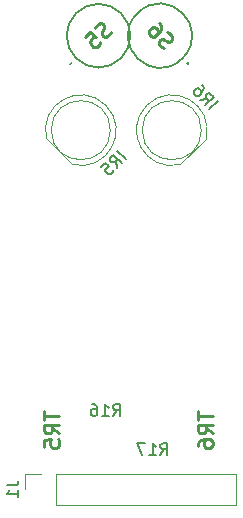
<source format=gbr>
%TF.GenerationSoftware,KiCad,Pcbnew,(5.1.6)-1*%
%TF.CreationDate,2023-11-28T20:11:05+09:00*%
%TF.ProjectId,CMouse-3rd-MOD,434d6f75-7365-42d3-9372-642d4d4f442e,rev?*%
%TF.SameCoordinates,Original*%
%TF.FileFunction,Legend,Bot*%
%TF.FilePolarity,Positive*%
%FSLAX46Y46*%
G04 Gerber Fmt 4.6, Leading zero omitted, Abs format (unit mm)*
G04 Created by KiCad (PCBNEW (5.1.6)-1) date 2023-11-28 20:11:05*
%MOMM*%
%LPD*%
G01*
G04 APERTURE LIST*
%ADD10C,0.120000*%
%ADD11C,0.200000*%
%ADD12C,0.150000*%
%ADD13C,0.254000*%
G04 APERTURE END LIST*
D10*
%TO.C,IR5*%
X112898026Y-115601974D02*
G75*
G03*
X112898026Y-115601974I-2500000J0D01*
G01*
X109680312Y-118504648D02*
X107495352Y-116319688D01*
X112511950Y-113487398D02*
G75*
G02*
X109680192Y-118504528I-2113924J-2114576D01*
G01*
X112512602Y-113488050D02*
G75*
G03*
X107495472Y-116319808I-2114576J-2113924D01*
G01*
%TO.C,IR6*%
X121004648Y-116319688D02*
X118819688Y-118504648D01*
X120601974Y-115601974D02*
G75*
G03*
X120601974Y-115601974I-2500000J0D01*
G01*
X115988050Y-113487398D02*
G75*
G03*
X118819808Y-118504528I2113924J-2114576D01*
G01*
X115987398Y-113488050D02*
G75*
G02*
X121004528Y-116319808I2114576J-2113924D01*
G01*
%TO.C,J1*%
X123570000Y-144670000D02*
X123570000Y-147330000D01*
X108270000Y-144670000D02*
X123570000Y-144670000D01*
X108270000Y-147330000D02*
X123570000Y-147330000D01*
X108270000Y-144670000D02*
X108270000Y-147330000D01*
X107000000Y-144670000D02*
X105670000Y-144670000D01*
X105670000Y-144670000D02*
X105670000Y-146000000D01*
D11*
%TO.C,S5*%
X109988837Y-109511163D02*
X109988837Y-109511163D01*
X113807214Y-105692786D02*
X113807214Y-105692786D01*
X109515076Y-109984924D02*
X109515076Y-109984924D01*
X109585786Y-109914214D02*
X109585786Y-109914214D01*
X109515076Y-109984924D02*
X109515076Y-109984924D01*
X113807215Y-105692785D02*
G75*
G03*
X109988837Y-109511163I-1909189J-1909189D01*
G01*
X109988838Y-109511162D02*
G75*
G03*
X113807214Y-105692786I1909188J1909188D01*
G01*
X109585786Y-109914214D02*
G75*
G03*
X109515076Y-109984924I-35355J-35355D01*
G01*
X109515076Y-109984924D02*
G75*
G03*
X109585786Y-109914214I35355J35355D01*
G01*
X109585786Y-109914214D02*
G75*
G03*
X109515076Y-109984924I-35355J-35355D01*
G01*
%TO.C,S6*%
X119484924Y-109984924D02*
X119484924Y-109984924D01*
X119414214Y-109914214D02*
X119414214Y-109914214D01*
X119484924Y-109984924D02*
X119484924Y-109984924D01*
X115192786Y-105692786D02*
X115192786Y-105692786D01*
X119011163Y-109511163D02*
X119011163Y-109511163D01*
X119414214Y-109914214D02*
G75*
G03*
X119484924Y-109984924I35355J-35355D01*
G01*
X119484924Y-109984924D02*
G75*
G03*
X119414214Y-109914214I-35355J35355D01*
G01*
X119414214Y-109914214D02*
G75*
G03*
X119484924Y-109984924I35355J-35355D01*
G01*
X119011162Y-109511162D02*
G75*
G03*
X115192786Y-105692786I-1909188J1909188D01*
G01*
X115192785Y-105692785D02*
G75*
G03*
X119011163Y-109511163I1909189J-1909189D01*
G01*
%TO.C,IR5*%
D12*
X114208320Y-118031727D02*
X113501213Y-117324620D01*
X113467542Y-118772506D02*
X113366526Y-118200086D01*
X113871603Y-118368445D02*
X113164496Y-117661338D01*
X112895122Y-117930712D01*
X112861450Y-118031727D01*
X112861450Y-118099071D01*
X112895122Y-118200086D01*
X112996137Y-118301101D01*
X113097152Y-118334773D01*
X113164496Y-118334773D01*
X113265511Y-118301101D01*
X113534885Y-118031727D01*
X112120671Y-118705162D02*
X112457389Y-118368445D01*
X112827778Y-118671491D01*
X112760435Y-118671491D01*
X112659419Y-118705162D01*
X112491061Y-118873521D01*
X112457389Y-118974536D01*
X112457389Y-119041880D01*
X112491061Y-119142895D01*
X112659419Y-119311254D01*
X112760435Y-119344926D01*
X112827778Y-119344926D01*
X112928793Y-119311254D01*
X113097152Y-119142895D01*
X113130824Y-119041880D01*
X113130824Y-118974536D01*
%TO.C,IR6*%
X121272506Y-113811984D02*
X121979613Y-113104877D01*
X120531727Y-113071206D02*
X121104147Y-112970190D01*
X120935788Y-113475267D02*
X121642895Y-112768160D01*
X121373521Y-112498786D01*
X121272506Y-112465114D01*
X121205162Y-112465114D01*
X121104147Y-112498786D01*
X121003132Y-112599801D01*
X120969460Y-112700816D01*
X120969460Y-112768160D01*
X121003132Y-112869175D01*
X121272506Y-113138549D01*
X120632742Y-111758007D02*
X120767429Y-111892694D01*
X120801101Y-111993709D01*
X120801101Y-112061053D01*
X120767429Y-112229412D01*
X120666414Y-112397770D01*
X120397040Y-112667144D01*
X120296025Y-112700816D01*
X120228681Y-112700816D01*
X120127666Y-112667144D01*
X119992979Y-112532457D01*
X119959307Y-112431442D01*
X119959307Y-112364099D01*
X119992979Y-112263083D01*
X120161338Y-112094725D01*
X120262353Y-112061053D01*
X120329697Y-112061053D01*
X120430712Y-112094725D01*
X120565399Y-112229412D01*
X120599071Y-112330427D01*
X120599071Y-112397770D01*
X120565399Y-112498786D01*
%TO.C,J1*%
X104122380Y-145666666D02*
X104836666Y-145666666D01*
X104979523Y-145619047D01*
X105074761Y-145523809D01*
X105122380Y-145380952D01*
X105122380Y-145285714D01*
X105122380Y-146666666D02*
X105122380Y-146095238D01*
X105122380Y-146380952D02*
X104122380Y-146380952D01*
X104265238Y-146285714D01*
X104360476Y-146190476D01*
X104408095Y-146095238D01*
%TO.C,R16*%
X113142857Y-139802380D02*
X113476190Y-139326190D01*
X113714285Y-139802380D02*
X113714285Y-138802380D01*
X113333333Y-138802380D01*
X113238095Y-138850000D01*
X113190476Y-138897619D01*
X113142857Y-138992857D01*
X113142857Y-139135714D01*
X113190476Y-139230952D01*
X113238095Y-139278571D01*
X113333333Y-139326190D01*
X113714285Y-139326190D01*
X112190476Y-139802380D02*
X112761904Y-139802380D01*
X112476190Y-139802380D02*
X112476190Y-138802380D01*
X112571428Y-138945238D01*
X112666666Y-139040476D01*
X112761904Y-139088095D01*
X111333333Y-138802380D02*
X111523809Y-138802380D01*
X111619047Y-138850000D01*
X111666666Y-138897619D01*
X111761904Y-139040476D01*
X111809523Y-139230952D01*
X111809523Y-139611904D01*
X111761904Y-139707142D01*
X111714285Y-139754761D01*
X111619047Y-139802380D01*
X111428571Y-139802380D01*
X111333333Y-139754761D01*
X111285714Y-139707142D01*
X111238095Y-139611904D01*
X111238095Y-139373809D01*
X111285714Y-139278571D01*
X111333333Y-139230952D01*
X111428571Y-139183333D01*
X111619047Y-139183333D01*
X111714285Y-139230952D01*
X111761904Y-139278571D01*
X111809523Y-139373809D01*
%TO.C,R17*%
X117142857Y-143102380D02*
X117476190Y-142626190D01*
X117714285Y-143102380D02*
X117714285Y-142102380D01*
X117333333Y-142102380D01*
X117238095Y-142150000D01*
X117190476Y-142197619D01*
X117142857Y-142292857D01*
X117142857Y-142435714D01*
X117190476Y-142530952D01*
X117238095Y-142578571D01*
X117333333Y-142626190D01*
X117714285Y-142626190D01*
X116190476Y-143102380D02*
X116761904Y-143102380D01*
X116476190Y-143102380D02*
X116476190Y-142102380D01*
X116571428Y-142245238D01*
X116666666Y-142340476D01*
X116761904Y-142388095D01*
X115857142Y-142102380D02*
X115190476Y-142102380D01*
X115619047Y-143102380D01*
%TO.C,S5*%
D13*
X112945722Y-107281250D02*
X112860196Y-107452303D01*
X112646380Y-107666118D01*
X112518091Y-107708881D01*
X112432565Y-107708881D01*
X112304275Y-107666118D01*
X112218749Y-107580592D01*
X112175986Y-107452303D01*
X112175986Y-107366776D01*
X112218749Y-107238487D01*
X112347038Y-107024671D01*
X112389801Y-106896382D01*
X112389801Y-106810856D01*
X112347038Y-106682566D01*
X112261512Y-106597040D01*
X112133223Y-106554277D01*
X112047696Y-106554277D01*
X111919407Y-106597040D01*
X111705591Y-106810856D01*
X111620065Y-106981908D01*
X110764803Y-107751644D02*
X111192434Y-107324013D01*
X111662828Y-107708881D01*
X111577302Y-107708881D01*
X111449013Y-107751644D01*
X111235197Y-107965460D01*
X111192434Y-108093749D01*
X111192434Y-108179276D01*
X111235197Y-108307565D01*
X111449013Y-108521381D01*
X111577302Y-108564144D01*
X111662828Y-108564144D01*
X111791118Y-108521381D01*
X112004933Y-108307565D01*
X112047696Y-108179276D01*
X112047696Y-108093749D01*
%TO.C,S6*%
X117422697Y-108649670D02*
X117251644Y-108564144D01*
X117037829Y-108350328D01*
X116995066Y-108222039D01*
X116995066Y-108136513D01*
X117037829Y-108008223D01*
X117123355Y-107922697D01*
X117251644Y-107879934D01*
X117337171Y-107879934D01*
X117465460Y-107922697D01*
X117679276Y-108050986D01*
X117807565Y-108093749D01*
X117893091Y-108093749D01*
X118021381Y-108050986D01*
X118106907Y-107965460D01*
X118149670Y-107837171D01*
X118149670Y-107751644D01*
X118106907Y-107623355D01*
X117893091Y-107409539D01*
X117722039Y-107324013D01*
X116995066Y-106511514D02*
X117166118Y-106682566D01*
X117208881Y-106810856D01*
X117208881Y-106896382D01*
X117166118Y-107110198D01*
X117037829Y-107324013D01*
X116695724Y-107666118D01*
X116567434Y-107708881D01*
X116481908Y-107708881D01*
X116353619Y-107666118D01*
X116182566Y-107495066D01*
X116139803Y-107366776D01*
X116139803Y-107281250D01*
X116182566Y-107152961D01*
X116396382Y-106939145D01*
X116524671Y-106896382D01*
X116610198Y-106896382D01*
X116738487Y-106939145D01*
X116909539Y-107110198D01*
X116952303Y-107238487D01*
X116952303Y-107324013D01*
X116909539Y-107452303D01*
%TO.C,TR5*%
X107304523Y-139397380D02*
X107304523Y-140123095D01*
X108574523Y-139760238D02*
X107304523Y-139760238D01*
X108574523Y-141272142D02*
X107969761Y-140848809D01*
X108574523Y-140546428D02*
X107304523Y-140546428D01*
X107304523Y-141030238D01*
X107365000Y-141151190D01*
X107425476Y-141211666D01*
X107546428Y-141272142D01*
X107727857Y-141272142D01*
X107848809Y-141211666D01*
X107909285Y-141151190D01*
X107969761Y-141030238D01*
X107969761Y-140546428D01*
X107304523Y-142421190D02*
X107304523Y-141816428D01*
X107909285Y-141755952D01*
X107848809Y-141816428D01*
X107788333Y-141937380D01*
X107788333Y-142239761D01*
X107848809Y-142360714D01*
X107909285Y-142421190D01*
X108030238Y-142481666D01*
X108332619Y-142481666D01*
X108453571Y-142421190D01*
X108514047Y-142360714D01*
X108574523Y-142239761D01*
X108574523Y-141937380D01*
X108514047Y-141816428D01*
X108453571Y-141755952D01*
%TO.C,TR6*%
X120304523Y-139397380D02*
X120304523Y-140123095D01*
X121574523Y-139760238D02*
X120304523Y-139760238D01*
X121574523Y-141272142D02*
X120969761Y-140848809D01*
X121574523Y-140546428D02*
X120304523Y-140546428D01*
X120304523Y-141030238D01*
X120365000Y-141151190D01*
X120425476Y-141211666D01*
X120546428Y-141272142D01*
X120727857Y-141272142D01*
X120848809Y-141211666D01*
X120909285Y-141151190D01*
X120969761Y-141030238D01*
X120969761Y-140546428D01*
X120304523Y-142360714D02*
X120304523Y-142118809D01*
X120365000Y-141997857D01*
X120425476Y-141937380D01*
X120606904Y-141816428D01*
X120848809Y-141755952D01*
X121332619Y-141755952D01*
X121453571Y-141816428D01*
X121514047Y-141876904D01*
X121574523Y-141997857D01*
X121574523Y-142239761D01*
X121514047Y-142360714D01*
X121453571Y-142421190D01*
X121332619Y-142481666D01*
X121030238Y-142481666D01*
X120909285Y-142421190D01*
X120848809Y-142360714D01*
X120788333Y-142239761D01*
X120788333Y-141997857D01*
X120848809Y-141876904D01*
X120909285Y-141816428D01*
X121030238Y-141755952D01*
%TD*%
M02*

</source>
